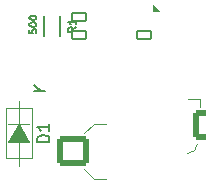
<source format=gbr>
%TF.GenerationSoftware,KiCad,Pcbnew,9.0.6*%
%TF.CreationDate,2025-12-02T18:26:22-08:00*%
%TF.ProjectId,pcb,7063622e-6b69-4636-9164-5f7063625858,rev?*%
%TF.SameCoordinates,Original*%
%TF.FileFunction,Legend,Top*%
%TF.FilePolarity,Positive*%
%FSLAX46Y46*%
G04 Gerber Fmt 4.6, Leading zero omitted, Abs format (unit mm)*
G04 Created by KiCad (PCBNEW 9.0.6) date 2025-12-02 18:26:22*
%MOMM*%
%LPD*%
G01*
G04 APERTURE LIST*
G04 Aperture macros list*
%AMRoundRect*
0 Rectangle with rounded corners*
0 $1 Rounding radius*
0 $2 $3 $4 $5 $6 $7 $8 $9 X,Y pos of 4 corners*
0 Add a 4 corners polygon primitive as box body*
4,1,4,$2,$3,$4,$5,$6,$7,$8,$9,$2,$3,0*
0 Add four circle primitives for the rounded corners*
1,1,$1+$1,$2,$3*
1,1,$1+$1,$4,$5*
1,1,$1+$1,$6,$7*
1,1,$1+$1,$8,$9*
0 Add four rect primitives between the rounded corners*
20,1,$1+$1,$2,$3,$4,$5,0*
20,1,$1+$1,$4,$5,$6,$7,0*
20,1,$1+$1,$6,$7,$8,$9,0*
20,1,$1+$1,$8,$9,$2,$3,0*%
%AMFreePoly0*
4,1,18,-0.410000,0.265000,0.000000,0.675000,0.328000,0.675000,0.359380,0.668758,0.385983,0.650983,0.403758,0.624380,0.410000,0.593000,0.410000,-0.593000,0.403758,-0.624380,0.385983,-0.650983,0.359380,-0.668758,0.328000,-0.675000,-0.328000,-0.675000,-0.359380,-0.668758,-0.385983,-0.650983,-0.403758,-0.624380,-0.410000,-0.593000,-0.410000,0.265000,-0.410000,0.265000,$1*%
G04 Aperture macros list end*
%ADD10C,0.150000*%
%ADD11C,0.120000*%
%ADD12C,0.100000*%
%ADD13R,1.000000X1.000000*%
%ADD14RoundRect,0.082000X-0.593000X0.328000X-0.593000X-0.328000X0.593000X-0.328000X0.593000X0.328000X0*%
%ADD15FreePoly0,270.000000*%
%ADD16R,1.600000X1.600000*%
%ADD17O,1.600000X1.600000*%
%ADD18C,1.700000*%
%ADD19C,3.400000*%
%ADD20C,3.300000*%
%ADD21RoundRect,0.260000X-1.065000X-1.040000X1.065000X-1.040000X1.065000X1.040000X-1.065000X1.040000X0*%
%ADD22O,1.727200X2.032000*%
G04 APERTURE END LIST*
D10*
X37475702Y-59734633D02*
X37166178Y-59951300D01*
X37475702Y-60106062D02*
X36825702Y-60106062D01*
X36825702Y-60106062D02*
X36825702Y-59858443D01*
X36825702Y-59858443D02*
X36856654Y-59796538D01*
X36856654Y-59796538D02*
X36887607Y-59765585D01*
X36887607Y-59765585D02*
X36949511Y-59734633D01*
X36949511Y-59734633D02*
X37042369Y-59734633D01*
X37042369Y-59734633D02*
X37104273Y-59765585D01*
X37104273Y-59765585D02*
X37135226Y-59796538D01*
X37135226Y-59796538D02*
X37166178Y-59858443D01*
X37166178Y-59858443D02*
X37166178Y-60106062D01*
X37475702Y-59115585D02*
X37475702Y-59487014D01*
X37475702Y-59301300D02*
X36825702Y-59301300D01*
X36825702Y-59301300D02*
X36918559Y-59363204D01*
X36918559Y-59363204D02*
X36980464Y-59425109D01*
X36980464Y-59425109D02*
X37011416Y-59487014D01*
X33502571Y-59924871D02*
X33502571Y-60210585D01*
X33502571Y-60210585D02*
X33788285Y-60239157D01*
X33788285Y-60239157D02*
X33759714Y-60210585D01*
X33759714Y-60210585D02*
X33731142Y-60153443D01*
X33731142Y-60153443D02*
X33731142Y-60010585D01*
X33731142Y-60010585D02*
X33759714Y-59953443D01*
X33759714Y-59953443D02*
X33788285Y-59924871D01*
X33788285Y-59924871D02*
X33845428Y-59896300D01*
X33845428Y-59896300D02*
X33988285Y-59896300D01*
X33988285Y-59896300D02*
X34045428Y-59924871D01*
X34045428Y-59924871D02*
X34074000Y-59953443D01*
X34074000Y-59953443D02*
X34102571Y-60010585D01*
X34102571Y-60010585D02*
X34102571Y-60153443D01*
X34102571Y-60153443D02*
X34074000Y-60210585D01*
X34074000Y-60210585D02*
X34045428Y-60239157D01*
X33502571Y-59524871D02*
X33502571Y-59467728D01*
X33502571Y-59467728D02*
X33531142Y-59410585D01*
X33531142Y-59410585D02*
X33559714Y-59382014D01*
X33559714Y-59382014D02*
X33616857Y-59353442D01*
X33616857Y-59353442D02*
X33731142Y-59324871D01*
X33731142Y-59324871D02*
X33874000Y-59324871D01*
X33874000Y-59324871D02*
X33988285Y-59353442D01*
X33988285Y-59353442D02*
X34045428Y-59382014D01*
X34045428Y-59382014D02*
X34074000Y-59410585D01*
X34074000Y-59410585D02*
X34102571Y-59467728D01*
X34102571Y-59467728D02*
X34102571Y-59524871D01*
X34102571Y-59524871D02*
X34074000Y-59582014D01*
X34074000Y-59582014D02*
X34045428Y-59610585D01*
X34045428Y-59610585D02*
X33988285Y-59639156D01*
X33988285Y-59639156D02*
X33874000Y-59667728D01*
X33874000Y-59667728D02*
X33731142Y-59667728D01*
X33731142Y-59667728D02*
X33616857Y-59639156D01*
X33616857Y-59639156D02*
X33559714Y-59610585D01*
X33559714Y-59610585D02*
X33531142Y-59582014D01*
X33531142Y-59582014D02*
X33502571Y-59524871D01*
X33502571Y-58953442D02*
X33502571Y-58896299D01*
X33502571Y-58896299D02*
X33531142Y-58839156D01*
X33531142Y-58839156D02*
X33559714Y-58810585D01*
X33559714Y-58810585D02*
X33616857Y-58782013D01*
X33616857Y-58782013D02*
X33731142Y-58753442D01*
X33731142Y-58753442D02*
X33874000Y-58753442D01*
X33874000Y-58753442D02*
X33988285Y-58782013D01*
X33988285Y-58782013D02*
X34045428Y-58810585D01*
X34045428Y-58810585D02*
X34074000Y-58839156D01*
X34074000Y-58839156D02*
X34102571Y-58896299D01*
X34102571Y-58896299D02*
X34102571Y-58953442D01*
X34102571Y-58953442D02*
X34074000Y-59010585D01*
X34074000Y-59010585D02*
X34045428Y-59039156D01*
X34045428Y-59039156D02*
X33988285Y-59067727D01*
X33988285Y-59067727D02*
X33874000Y-59096299D01*
X33874000Y-59096299D02*
X33731142Y-59096299D01*
X33731142Y-59096299D02*
X33616857Y-59067727D01*
X33616857Y-59067727D02*
X33559714Y-59039156D01*
X33559714Y-59039156D02*
X33531142Y-59010585D01*
X33531142Y-59010585D02*
X33502571Y-58953442D01*
X35200719Y-69443694D02*
X34200719Y-69443694D01*
X34200719Y-69443694D02*
X34200719Y-69205599D01*
X34200719Y-69205599D02*
X34248338Y-69062742D01*
X34248338Y-69062742D02*
X34343576Y-68967504D01*
X34343576Y-68967504D02*
X34438814Y-68919885D01*
X34438814Y-68919885D02*
X34629290Y-68872266D01*
X34629290Y-68872266D02*
X34772147Y-68872266D01*
X34772147Y-68872266D02*
X34962623Y-68919885D01*
X34962623Y-68919885D02*
X35057861Y-68967504D01*
X35057861Y-68967504D02*
X35153100Y-69062742D01*
X35153100Y-69062742D02*
X35200719Y-69205599D01*
X35200719Y-69205599D02*
X35200719Y-69443694D01*
X35200719Y-67919885D02*
X35200719Y-68491313D01*
X35200719Y-68205599D02*
X34200719Y-68205599D01*
X34200719Y-68205599D02*
X34343576Y-68300837D01*
X34343576Y-68300837D02*
X34438814Y-68396075D01*
X34438814Y-68396075D02*
X34486433Y-68491313D01*
X34880719Y-65157504D02*
X33880719Y-65157504D01*
X34880719Y-64586076D02*
X34309290Y-65014647D01*
X33880719Y-64586076D02*
X34452147Y-65157504D01*
%TO.C,R1*%
X34742800Y-60436300D02*
X34742800Y-58736300D01*
X36142800Y-58736300D02*
X36142800Y-60436300D01*
D11*
%TO.C,LED1*%
X44461300Y-58343700D02*
X43981300Y-58343700D01*
X43981300Y-57863700D01*
X44461300Y-58343700D01*
G36*
X44461300Y-58343700D02*
G01*
X43981300Y-58343700D01*
X43981300Y-57863700D01*
X44461300Y-58343700D01*
G37*
%TO.C,D1*%
X32625900Y-65935600D02*
X32625900Y-66585600D01*
X32625900Y-66546600D02*
X32625900Y-67943600D01*
X32625900Y-71475600D02*
X32625900Y-70825600D01*
X31505900Y-70825600D02*
X33745900Y-70825600D01*
X32625900Y-70825600D02*
X32625900Y-69531100D01*
X33514900Y-67943600D02*
X31736900Y-67943600D01*
X33745900Y-70825600D02*
X33745900Y-66585600D01*
X33745900Y-66585600D02*
X31505900Y-66585600D01*
X31505900Y-66585600D02*
X31505900Y-70825600D01*
D12*
X33514900Y-69467600D02*
X31736900Y-69467600D01*
X32625900Y-67943600D01*
X33514900Y-69467600D01*
G36*
X33514900Y-69467600D02*
G01*
X31736900Y-69467600D01*
X32625900Y-67943600D01*
X33514900Y-69467600D01*
G37*
D11*
%TO.C,CH1*%
X38181300Y-71768700D02*
X38981300Y-72568700D01*
X38981300Y-67918700D02*
X38181300Y-68718700D01*
X38981300Y-67918700D02*
X39981300Y-67918700D01*
X38981300Y-72568700D02*
X39981300Y-72568700D01*
X47985300Y-65768700D02*
X46985300Y-65768700D01*
X47985300Y-65768700D02*
X47985300Y-66468700D01*
X47731300Y-69618700D02*
G75*
G02*
X46931300Y-70418700I-800000J0D01*
G01*
%TD*%
%LPC*%
D13*
%TO.C,R1*%
X35442800Y-58736300D03*
X35442800Y-60436300D03*
%TD*%
D14*
%TO.C,LED1*%
X37756300Y-60343700D03*
X37756300Y-58843700D03*
X43206300Y-60343700D03*
D15*
X43206300Y-58843700D03*
%TD*%
D16*
%TO.C,D1*%
X32625900Y-64895600D03*
D17*
X32625900Y-72515600D03*
%TD*%
D18*
%TO.C,CH1*%
X34981300Y-64293700D03*
D19*
X40481300Y-64293700D03*
D18*
X45981300Y-64293700D03*
D20*
X45481300Y-68043700D03*
D21*
X48726300Y-68043700D03*
X37236300Y-70243700D03*
D20*
X40481300Y-70243700D03*
%TD*%
D22*
%TO.C,J1*%
X45561300Y-56461400D03*
X43021300Y-56461400D03*
X40481300Y-56461400D03*
X37941300Y-56461400D03*
X35401300Y-56461400D03*
%TD*%
%LPD*%
M02*

</source>
